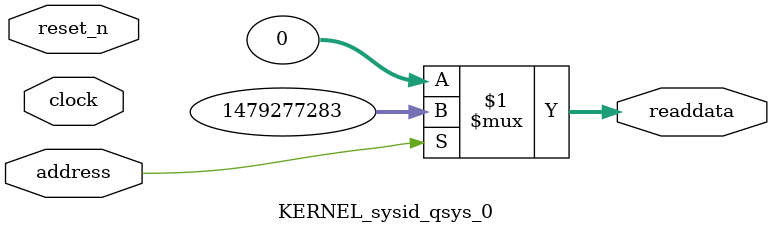
<source format=v>

`timescale 1ns / 1ps
// synthesis translate_on

// turn off superfluous verilog processor warnings 
// altera message_level Level1 
// altera message_off 10034 10035 10036 10037 10230 10240 10030 

module KERNEL_sysid_qsys_0 (
               // inputs:
                address,
                clock,
                reset_n,

               // outputs:
                readdata
             )
;

  output  [ 31: 0] readdata;
  input            address;
  input            clock;
  input            reset_n;

  wire    [ 31: 0] readdata;
  //control_slave, which is an e_avalon_slave
  assign readdata = address ? 1479277283 : 0;

endmodule




</source>
